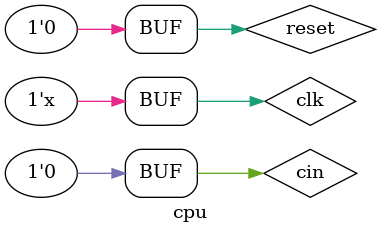
<source format=v>
`include "components/alu.v"
`include "components/adder.v"
`include "components/control.v"
`include "components/datamemory.v"
`include "components/instructiondecode.v"
`include "components/instructionmemory.v"
`include "components/muxes.v"
`include "components/pc.v"
`include "components/regfile.v"
`include "components/shifter.v"
`include "components/signextend.v"


module cpu();
// Point these parameters to the .dat files each memory module should load. Set to "" to load nothing.
    parameter INSTR_MEM_DAT = "asmtest/yolo_is_so_2013/file1.dat";
    parameter DATA_MEM_DAT = "";

// CONNECTION DECLARATIONS
//pc out    + others
    reg clk;
    reg reset;
    reg [31:0] pcin;
    wire [31:0] inst_addr, instr, imm32, shifted_imm32, mux_1_1, adder_pc_sum;
    wire [27:0] shifter_pc_out;

//instruction out 
    wire[5:0] decoded_opcode, decoded_funct;
    wire[4:0] decoded_rs, decoded_rt, decoded_rd, decoded_shamt;
    wire[15:0] decoded_imm16;
    wire[25:0] decoded_address;

//adder out
    wire[31:0]  sum;

//regfile out
    wire[31:0] ReadData1, ReadData2;

//mux0
    wire[31:0] SelectedJump;

//mux1
    wire[31:0] nonJumpPC;
    
//mux2
    wire[31:0] PCUpdate;

//mux3
    wire[4:0] SelectedWriteRegister1;

//mux4
    wire[4:0] SelectedWriteRegister2;
    
//mux5
    wire[31:0] ALU_B;

//alu
    wire[31:0] ALUres;
    wire not_zero, ALUzero, cin, cout, ovf;
    assign cin = 0;

// control wires
    wire Jump, Branch, MemRead, MemtoReg, MemWrite, ALUSrc, RegWrite, JumpSel, WriDataSel, RegDst;

//datamemory
    wire[31:0] DataMemOut;

//mux6
    wire[31:0] mux6out;
//mux7 	
    wire[31:0] SelectedWriteData;

//ALUCtrl
    wire[3:0] ALUCtrlOut;
    wire[5:0] ALUOp;


    pc pc_comp (
        .clk(clk),
        .reset(reset),
        .pcin(PCUpdate),
        .pcout(inst_addr)
        );

    memory #(.loadfrom(INSTR_MEM_DAT)) instruction_memory (
        .clk(clk),
        .address(inst_addr),
        .data_out(instr)
        );

    instructiondecode instructiondecode_comp (
        .opcode(decoded_opcode),
        .funct(decoded_funct),
        .rs(decoded_rs),
        .rt(decoded_rt),
        .rd(decoded_rd),
        .shamt(decoded_shamt),
        .imm16(decoded_imm16),
        .address(decoded_address),
        .clk(clk),
        .instr(instr)
        );

    adder adder_pc (
        .sum(adder_pc_sum),
        .a(inst_addr),
        .b(32'd4)
        );

    adder adder_alures (
        .sum(mux_1_1),
        .a(adder_pc_sum),
        .b(shifted_imm32)
        );

    shift2 #(.width_in(26), .width_out(28)) shifter_pc  (
        .out(shifter_pc_out),
        .in(decoded_address)
        );

    shift2 #(.width_in(32), .width_out(32)) shifter_imm  (
        .out(shifted_imm32),
        .in(imm32)
        );

    signextend imm_signextend (
        .out32(imm32),
        .in16(decoded_imm16)
        );

    mux_2d mux0 (
        .mux_ctl(JumpSel), //Control
        .din0({{adder_pc_sum[31:28]}, shifter_pc_out}),
        .din1(ReadData1),
        .mux_out(SelectedJump)
    );

    not bne_inv(not_zero, ALUzero);
    and andgate(andout, Branch, not_zero);


    mux_2d mux1 (
        .mux_ctl(andout),
        .din0(adder_pc_sum),
        .din1(mux_1_1),
        .mux_out(nonJumpPC)
    );

    mux_2d mux2 (
        .mux_ctl(Jump), 
        .din0(nonJumpPC),
        .din1(SelectedJump),
        .mux_out(PCUpdate)
    );

    mux_2d #(.width(5)) mux3 (
        .mux_ctl(RegDst), 
        .din0(decoded_rt),
        .din1(decoded_rd), 
        .mux_out(SelectedWriteRegister1)
    );

    mux_2d #(.width(5)) mux4 (
        .mux_ctl(Jump),
        .din0(SelectedWriteRegister1),
        .din1(5'd31),
        .mux_out(SelectedWriteRegister2)
    );

    mux_2d mux7 (
        .mux_ctl(WriDataSel), 
        .din0(adder_pc_sum),
        .din1(mux6out),
        .mux_out(SelectedWriteData)
    );


    regfile regfile_comp (
        .ReadData1(ReadData1),
        .ReadData2(ReadData2),
        .WriteData(SelectedWriteData),
        .ReadRegister1(decoded_rs),
        .ReadRegister2(decoded_rt),
        .WriteRegister(SelectedWriteRegister2),
        .RegWrite(RegWrite), 
        .Clk(clk)
    );

    mux_2d mux5 (
        .mux_ctl(ALUSrc), 
        .din0(ReadData2),
        .din1(imm32),
        .mux_out(ALU_B)
    );

    MIPSALU alu_cpu (
        .alu_ctl(ALUCtrlOut), 
        .a(ReadData1),
        .b(ALU_B),
        .cin(cin),
        .alu_res(ALUres),
        .zero(ALUzero),
        .ovf(ovf),
        .cout(cout)
    );

    datamemory #(.loadfrom(DATA_MEM_DAT)) datamemory_cpu (
        .clk(clk),
        .address(ALUres),
        .data_out(DataMemOut),
        .write_en(MemWrite), //Control
        .read_en(MemRead), //Control
        .data_in(ReadData2)
    );

    mux_2d mux6 (
        .mux_ctl(MemtoReg), //Control
        .din0(ALUres),
        .din1(DataMemOut),
        .mux_out(mux6out)
    );

    ALUControl ALUCtrl (
        .alu_ctl(ALUCtrlOut),
        .alu_op(ALUOp) 
    );

    control control_cpu (
        .Jump(Jump),
        .Branch(Branch),
        .MemRead(MemRead),
        .MemtoReg(MemtoReg),
        .MemWrite(MemWrite),
        .ALUSrc(ALUSrc),
        .RegWrite(RegWrite),
        .JumpSel(JumpSel),
        .RegDst(RegDst),
        .WriDataSel(WriDataSel),
        .ALUOp(ALUOp),
        .opcode(decoded_opcode),
        .funct(decoded_funct),
        .clk(clk)
        );
        

    initial clk=0;
    always begin
        #10 clk =! clk;
        if (clk == 1) begin
            $display("Clock HIGH @t=%0dns", $time);
        end else begin
            $display("Clock LOW @t=%0dns", $time);
        end
    end

    initial begin
        $display("CPU Starting...");
        reset = 1;
        #11
        reset = 0;
    end
endmodule
</source>
